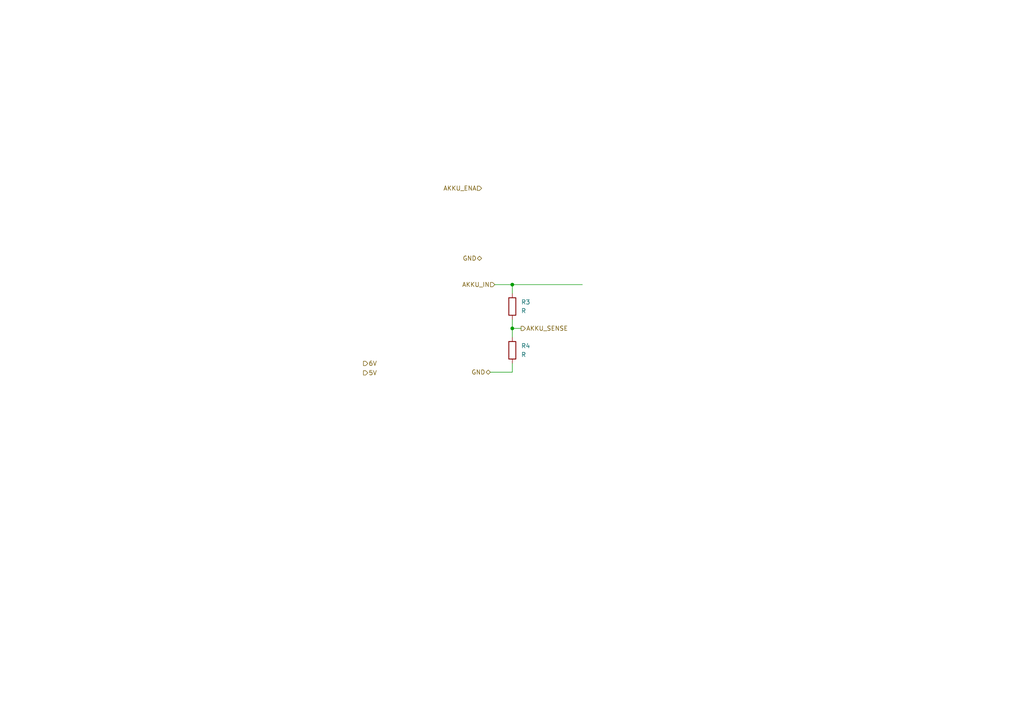
<source format=kicad_sch>
(kicad_sch (version 20250114) (generator "eeschema") (generator_version "9.0")
  (paper "A4")
  (lib_symbols
    (symbol "Device:R" (pin_numbers (hide yes)) (pin_names (offset 0))
      (property "Reference" "R" (at 2.032 0 90))
      (property "Value" "R" (at 0 0 90))
      (symbol "R_0_1"
        (rectangle (start -1.016 -2.54) (end 1.016 2.54) (stroke (width 0.254)))
      )
      (symbol "R_1_1"
        (pin passive line (at 0 3.81 270) (length 1.27) (name "~") (number "1"))
        (pin passive line (at 0 -3.81 90) (length 1.27) (name "~") (number "2"))
      )
    )
  )
  (junction (at 148.59 95.25))
  (junction (at 148.59 82.55))
  (wire (pts (xy 148.59 95.25) (xy 148.59 97.79)))
  (wire (pts (xy 148.59 82.55) (xy 168.91 82.55)))
  (wire (pts (xy 148.59 95.25) (xy 151.13 95.25)))
  (wire (pts (xy 148.59 82.55) (xy 148.59 85.09)))
  (wire (pts (xy 142.24 107.95) (xy 148.59 107.95)))
  (wire (pts (xy 148.59 92.71) (xy 148.59 95.25)))
  (wire (pts (xy 148.59 107.95) (xy 148.59 105.41)))
  (wire (pts (xy 143.51 82.55) (xy 148.59 82.55)))
  (hierarchical_label "AKKU_SENSE" (shape output) (at 151.13 95.25 0))
  (hierarchical_label "GND" (shape bidirectional) (at 139.7 74.93 180))
  (hierarchical_label "5V" (shape output) (at 105.41 108.1455 0))
  (hierarchical_label "AKKU_ENA" (shape input) (at 139.7 54.61 180))
  (hierarchical_label "GND" (shape bidirectional) (at 142.24 107.95 180))
  (hierarchical_label "AKKU_IN" (shape input) (at 143.51 82.55 180))
  (hierarchical_label "6V" (shape output) (at 105.41 105.41 0))
  (symbol (lib_id "Device:R") (at 148.59 101.6 0) (unit 1)
    (property "Reference" "R4" (at 151.13 100.3299 0) (effects (justify left)))
    (property "Value" "R" (at 151.13 102.8699 0) (effects (justify left)))
    (property "Description" "Resistor" (effects (hide yes)))
  )
  (symbol (lib_id "Device:R") (at 148.59 88.9 0) (unit 1)
    (property "Reference" "R3" (at 151.13 87.6299 0) (effects (justify left)))
    (property "Value" "R" (at 151.13 90.1699 0) (effects (justify left)))
    (property "Description" "Resistor" (effects (hide yes)))
  )
)
</source>
